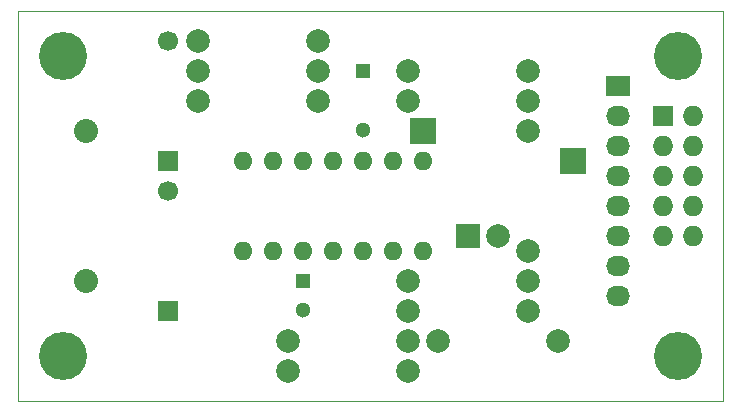
<source format=gbr>
G04 #@! TF.FileFunction,Soldermask,Bot*
%FSLAX46Y46*%
G04 Gerber Fmt 4.6, Leading zero omitted, Abs format (unit mm)*
G04 Created by KiCad (PCBNEW 4.0.1-stable) date Sonntag, 27. Dezember 2015 21:34:01*
%MOMM*%
G01*
G04 APERTURE LIST*
%ADD10C,0.100000*%
%ADD11R,1.300000X1.300000*%
%ADD12C,1.300000*%
%ADD13C,1.699260*%
%ADD14R,1.699260X1.699260*%
%ADD15R,2.000000X2.000000*%
%ADD16C,2.000000*%
%ADD17C,2.032000*%
%ADD18R,2.235200X2.235200*%
%ADD19R,2.032000X1.727200*%
%ADD20O,2.032000X1.727200*%
%ADD21R,1.727200X1.727200*%
%ADD22O,1.727200X1.727200*%
%ADD23C,1.998980*%
%ADD24O,1.600000X1.600000*%
%ADD25C,4.064000*%
G04 APERTURE END LIST*
D10*
X143510000Y-130810000D02*
X143510000Y-97790000D01*
X203200000Y-130810000D02*
X143510000Y-130810000D01*
X203200000Y-97790000D02*
X203200000Y-130810000D01*
X143510000Y-97790000D02*
X203200000Y-97790000D01*
D11*
X167640000Y-120650000D03*
D12*
X167640000Y-123150000D03*
D13*
X156207460Y-100329480D03*
D14*
X156207460Y-110489480D03*
D13*
X156207460Y-113029480D03*
D14*
X156207460Y-123189480D03*
D15*
X181610000Y-116840000D03*
D16*
X184150000Y-116840000D03*
D17*
X149225000Y-120650000D03*
X149225000Y-107950000D03*
D18*
X177800000Y-107950000D03*
X190500000Y-110490000D03*
D19*
X194310000Y-104140000D03*
D20*
X194310000Y-106680000D03*
X194310000Y-109220000D03*
X194310000Y-111760000D03*
X194310000Y-114300000D03*
X194310000Y-116840000D03*
X194310000Y-119380000D03*
X194310000Y-121920000D03*
D21*
X198120000Y-106680000D03*
D22*
X200660000Y-106680000D03*
X198120000Y-109220000D03*
X200660000Y-109220000D03*
X198120000Y-111760000D03*
X200660000Y-111760000D03*
X198120000Y-114300000D03*
X200660000Y-114300000D03*
X198120000Y-116840000D03*
X200660000Y-116840000D03*
D23*
X158750000Y-102870000D03*
X168910000Y-102870000D03*
X168910000Y-105410000D03*
X158750000Y-105410000D03*
X168910000Y-100330000D03*
X158750000Y-100330000D03*
X176530000Y-125730000D03*
X166370000Y-125730000D03*
X186690000Y-105410000D03*
X176530000Y-105410000D03*
X176530000Y-102870000D03*
X186690000Y-102870000D03*
X176530000Y-123190000D03*
X186690000Y-123190000D03*
X189230000Y-125730000D03*
X179070000Y-125730000D03*
X176530000Y-120650000D03*
X186690000Y-120650000D03*
X176530000Y-128270000D03*
X166370000Y-128270000D03*
X186690000Y-107950000D03*
X186690000Y-118110000D03*
D24*
X177800000Y-110490000D03*
X175260000Y-110490000D03*
X172720000Y-110490000D03*
X170180000Y-110490000D03*
X167640000Y-110490000D03*
X165100000Y-110490000D03*
X162560000Y-110490000D03*
X162560000Y-118110000D03*
X165100000Y-118110000D03*
X167640000Y-118110000D03*
X170180000Y-118110000D03*
X172720000Y-118110000D03*
X175260000Y-118110000D03*
X177800000Y-118110000D03*
D11*
X172720000Y-102870000D03*
D12*
X172720000Y-107870000D03*
D25*
X199390000Y-101600000D03*
X199390000Y-127000000D03*
X147320000Y-127000000D03*
X147320000Y-101600000D03*
M02*

</source>
